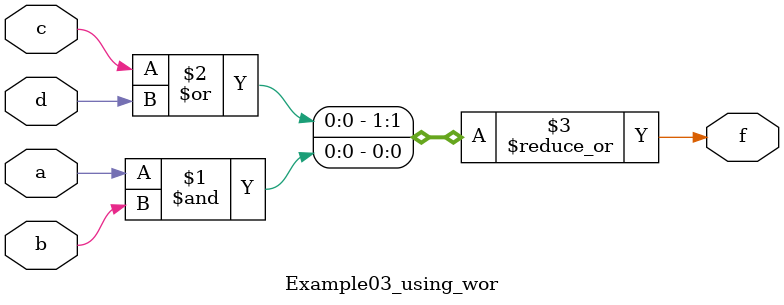
<source format=v>
module Example03_using_wor(a,b,c,d,f);
  input a,b,c,d;
  output wor f;
  assign f = a&b;
  assign f = c|d;
endmodule 

</source>
